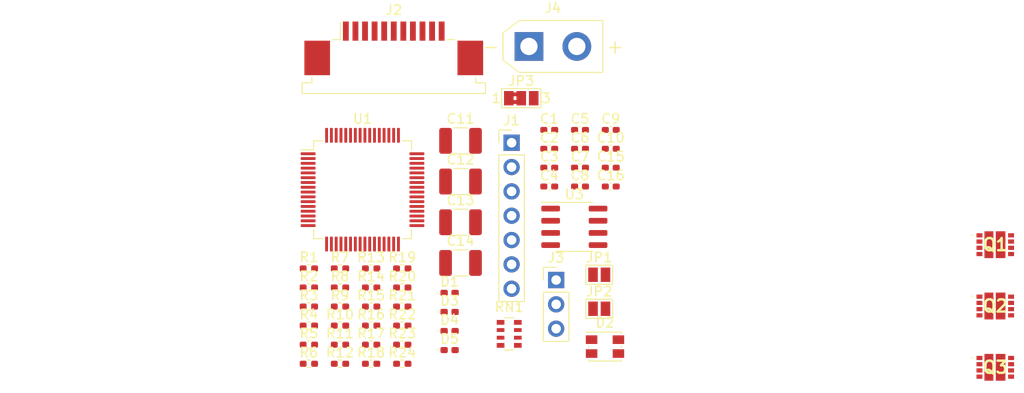
<source format=kicad_pcb>
(kicad_pcb (version 20221018) (generator pcbnew)
  (layers (0 "F.Cu" signal) (31 "B.Cu" signal) (34 "B.Paste" user) (35 "F.Paste" user) (36 "B.SilkS" user "B.Silkscreen") (37 "F.SilkS" user "F.Silkscreen") (38 "B.Mask" user) (39 "F.Mask" user) (44 "Edge.Cuts" user))
  (net 0 "")
  (net 1 "+3V3")
  (net 2 "Net-(U1-VBAT)")
  (net 3 "Net-(C2-Pad2)")
  (net 4 "Net-(C3-Pad2)")
  (net 5 "Net-(C4-Pad2)")
  (net 6 "Net-(C5-Pad2)")
  (net 7 "Net-(U1-VCAP_1)")
  (net 8 "GND")
  (net 9 "Net-(U1-VDDA)")
  (net 10 "U")
  (net 11 "BSTC")
  (net 12 "V")
  (net 13 "BSTB")
  (net 14 "W")
  (net 15 "BSTA")
  (net 16 "+BATT")
  (net 17 "+5V")
  (net 18 "Net-(D1-A)")
  (net 19 "Net-(D2-RK)")
  (net 20 "Net-(D2-GK)")
  (net 21 "Net-(D2-BK)")
  (net 22 "+3.3V")
  (net 23 "Net-(D3-A)")
  (net 24 "Net-(D4-A)")
  (net 25 "Net-(D5-A)")
  (net 26 "SWCLK")
  (net 27 "SWDIO")
  (net 28 "NRST")
  (net 29 "USBRX")
  (net 30 "USBTX")
  (net 37 "UOut")
  (net 38 "VOut")
  (net 39 "WOut")
  (net 40 "modeA")
  (net 41 "modeB")
  (net 42 "VDD")
  (net 43 "Net-(U1-NRST)")
  (net 44 "Net-(U1-BOOT0)")
  (net 45 "Net-(U2A-+)")
  (net 46 "Net-(U2A--)")
  (net 47 "Net-(U2B-+)")
  (net 48 "Net-(U2B--)")
  (net 49 "Current_W")
  (net 50 "Net-(R13-Pad2)")
  (net 51 "CANH")
  (net 52 "CANL")
  (net 53 "LED")
  (net 54 "Net-(U4-DT)")
  (net 55 "GHA")
  (net 56 "Net-(Q1-G1)")
  (net 57 "GLA")
  (net 58 "Net-(Q1-G2)")
  (net 59 "GHB")
  (net 60 "Net-(Q2-G1)")
  (net 61 "GLB")
  (net 62 "Net-(Q2-G2)")
  (net 63 "GHC")
  (net 64 "Net-(Q3-G1)")
  (net 65 "GLC")
  (net 66 "Net-(Q3-G2)")
  (net 68 "LED_R")
  (net 69 "LED_G")
  (net 70 "LED_B")
  (net 72 "SW")
  (net 80 "CurrentU")
  (net 84 "CLK")
  (net 86 "MOSI")
  (net 92 "INC")
  (net 111 "INB")
  (net 112 "CS")
  (net 113 "CANTX")
  (net 114 "CANRX")
  (footprint "Capacitor_SMD:C_0402_1005Metric_Pad0.74x0.62mm_HandSolder" (layer "F.Cu") (at 32.635 11.835)
    (fp_text reference "C9" (at 0 -1.16) (layer "F.SilkS"))
    (fp_text value "0.1u")
    (pad "1" smd roundrect (at -0.5675 0) (size 0.735 0.62) (layers "F.Cu" "F.Paste" "F.Mask") (net 12 "V"))
    (pad "2" smd roundrect (at 0.5675 0) (size 0.735 0.62) (layers "F.Cu" "F.Paste" "F.Mask") (net 13 "BSTB"))
  )
  (footprint "Connector_AMASS:AMASS_XT30UPB-F_1x02_P5.0mm_Vertical" (layer "F.Cu") (at 24.095 3.125)
    (fp_text reference "J4" (at 2.5 -4) (layer "F.SilkS"))
    (fp_text value "PowerIN")
    (fp_text user "+" (at 9 0) (layer "F.SilkS") (effects (font (size 1.5 1.5))))
    (fp_text user "-" (at -4 0) (layer "F.SilkS") (effects (font (size 1.5 1.5))))
    (pad "1" thru_hole rect (at 0 0) (size 3 3) (drill 1.8) (layers "*.Cu" "*.Mask") (net 16 "+BATT"))
    (pad "2" thru_hole circle (at 5 0) (size 3 3) (drill 1.8) (layers "*.Cu" "*.Mask") (net 8 "GND"))
  )
  (footprint "Capacitor_SMD:C_1210_3225Metric_Pad1.33x2.70mm_HandSolder" (layer "F.Cu") (at 16.955 25.725)
    (fp_text reference "C14" (at 0 -2.3) (layer "F.SilkS"))
    (fp_text value "22u")
    (pad "1" smd roundrect (at -1.5625 0) (size 1.325 2.7) (layers "F.Cu" "F.Paste" "F.Mask") (roundrect_rratio 0.188679) (net 16 "+BATT"))
    (pad "2" smd roundrect (at 1.5625 0) (size 1.325 2.7) (layers "F.Cu" "F.Paste" "F.Mask") (roundrect_rratio 0.188679) (net 8 "GND"))
  )
  (footprint "Resistor_SMD:R_0402_1005Metric_Pad0.72x0.64mm_HandSolder" (layer "F.Cu") (at 10.875 28.285)
    (fp_text reference "R20" (at 0 -1.17) (layer "F.SilkS"))
    (fp_text value "51")
    (pad "1" smd roundrect (at -0.5975 0) (size 0.715 0.64) (layers "F.Cu" "F.Paste" "F.Mask") (net 57 "GLA"))
    (pad "2" smd roundrect (at 0.5975 0) (size 0.715 0.64) (layers "F.Cu" "F.Paste" "F.Mask") (net 58 "Net-(Q1-G2)"))
  )
  (footprint "Capacitor_SMD:C_0402_1005Metric_Pad0.74x0.62mm_HandSolder" (layer "F.Cu") (at 29.425 11.835)
    (fp_text reference "C5" (at 0 -1.16) (layer "F.SilkS"))
    (fp_text value "0.1u")
    (pad "1" smd roundrect (at -0.5675 0) (size 0.735 0.62) (layers "F.Cu" "F.Paste" "F.Mask") (net 1 "+3V3"))
    (pad "2" smd roundrect (at 0.5675 0) (size 0.735 0.62) (layers "F.Cu" "F.Paste" "F.Mask") (net 6 "Net-(C5-Pad2)"))
  )
  (footprint "LED_SMD:LED_Kingbright_AAA3528ESGCT" (layer "F.Cu") (at 32.035 34.455)
    (fp_text reference "D2" (at 0 -2.5) (layer "F.SilkS"))
    (fp_text value "LED_RGBA")
    (pad "1" smd rect (at -1.4 -0.725) (size 1.2 0.9) (layers "F.Cu" "F.Paste" "F.Mask") (net 19 "Net-(D2-RK)"))
    (pad "2" smd rect (at 1.4 -0.725) (size 1.2 0.9) (layers "F.Cu" "F.Paste" "F.Mask") (net 20 "Net-(D2-GK)"))
    (pad "3" smd rect (at 1.4 0.725) (size 1.2 0.9) (layers "F.Cu" "F.Paste" "F.Mask") (net 21 "Net-(D2-BK)"))
    (pad "4" smd rect (at -1.4 0.725) (size 1.2 0.9) (layers "F.Cu" "F.Paste" "F.Mask") (net 22 "+3.3V"))
  )
  (footprint "Package_QFP:LQFP-64_10x10mm_P0.5mm" (layer "F.Cu") (at 6.725 18.075)
    (fp_text reference "U1" (at 0 -7.4) (layer "F.SilkS"))
    (fp_text value "  (symbol \"Device:C\" (pin_numbers hide) (pin_names (offset 0.254)) (in_bom yes) (on_board yes)")
    (pad "1" smd roundrect (at -5.675 -3.75) (size 1.55 0.3) (layers "F.Cu" "F.Paste" "F.Mask") (net 2 "Net-(U1-VBAT)"))
    (pad "2" smd roundrect (at -5.675 -3.25) (size 1.55 0.3) (layers "F.Cu" "F.Paste" "F.Mask") (net 72 "SW"))
    (pad "3" smd roundrect (at -5.675 -2.75) (size 1.55 0.3) (layers "F.Cu" "F.Paste" "F.Mask") (net 53 "LED"))
    (pad "4" smd roundrect (at -5.675 -2.25) (size 1.55 0.3) (layers "F.Cu" "F.Paste" "F.Mask"))
    (pad "5" smd roundrect (at -5.675 -1.75) (size 1.55 0.3) (layers "F.Cu" "F.Paste" "F.Mask"))
    (pad "6" smd roundrect (at -5.675 -1.25) (size 1.55 0.3) (layers "F.Cu" "F.Paste" "F.Mask"))
    (pad "7" smd roundrect (at -5.675 -0.75) (size 1.55 0.3) (layers "F.Cu" "F.Paste" "F.Mask") (net 43 "Net-(U1-NRST)"))
    (pad "8" smd roundrect (at -5.675 -0.25) (size 1.55 0.3) (layers "F.Cu" "F.Paste" "F.Mask"))
    (pad "9" smd roundrect (at -5.675 0.25) (size 1.55 0.3) (layers "F.Cu" "F.Paste" "F.Mask"))
    (pad "10" smd roundrect (at -5.675 0.75) (size 1.55 0.3) (layers "F.Cu" "F.Paste" "F.Mask"))
    (pad "11" smd roundrect (at -5.675 1.25) (size 1.55 0.3) (layers "F.Cu" "F.Paste" "F.Mask"))
    (pad "12" smd roundrect (at -5.675 1.75) (size 1.55 0.3) (layers "F.Cu" "F.Paste" "F.Mask") (net 8 "GND"))
    (pad "13" smd roundrect (at -5.675 2.25) (size 1.55 0.3) (layers "F.Cu" "F.Paste" "F.Mask") (net 9 "Net-(U1-VDDA)"))
    (pad "14" smd roundrect (at -5.675 2.75) (size 1.55 0.3) (layers "F.Cu" "F.Paste" "F.Mask") (net 80 "CurrentU"))
    (pad "15" smd roundrect (at -5.675 3.25) (size 1.55 0.3) (layers "F.Cu" "F.Paste" "F.Mask"))
    (pad "16" smd roundrect (at -5.675 3.75) (size 1.55 0.3) (layers "F.Cu" "F.Paste" "F.Mask"))
    (pad "17" smd roundrect (at -3.75 5.675) (size 0.3 1.55) (layers "F.Cu" "F.Paste" "F.Mask") (net 29 "USBRX"))
    (pad "18" smd roundrect (at -3.25 5.675) (size 0.3 1.55) (layers "F.Cu" "F.Paste" "F.Mask") (net 8 "GND"))
    (pad "19" smd roundrect (at -2.75 5.675) (size 0.3 1.55) (layers "F.Cu" "F.Paste" "F.Mask") (net 3 "Net-(C2-Pad2)"))
    (pad "20" smd roundrect (at -2.25 5.675) (size 0.3 1.55) (layers "F.Cu" "F.Paste" "F.Mask"))
    (pad "21" smd roundrect (at -1.75 5.675) (size 0.3 1.55) (layers "F.Cu" "F.Paste" "F.Mask") (net 84 "CLK"))
    (pad "22" smd roundrect (at -1.25 5.675) (size 0.3 1.55) (layers "F.Cu" "F.Paste" "F.Mask"))
    (pad "23" smd roundrect (at -0.75 5.675) (size 0.3 1.55) (layers "F.Cu" "F.Paste" "F.Mask") (net 86 "MOSI"))
    (pad "24" smd roundrect (at -0.25 5.675) (size 0.3 1.55) (layers "F.Cu" "F.Paste" "F.Mask"))
    (pad "25" smd roundrect (at 0.25 5.675) (size 0.3 1.55) (layers "F.Cu" "F.Paste" "F.Mask"))
    (pad "26" smd roundrect (at 0.75 5.675) (size 0.3 1.55) (layers "F.Cu" "F.Paste" "F.Mask"))
    (pad "27" smd roundrect (at 1.25 5.675) (size 0.3 1.55) (layers "F.Cu" "F.Paste" "F.Mask"))
    (pad "28" smd roundrect (at 1.75 5.675) (size 0.3 1.55) (layers "F.Cu" "F.Paste" "F.Mask"))
    (pad "29" smd roundrect (at 2.25 5.675) (size 0.3 1.55) (layers "F.Cu" "F.Paste" "F.Mask") (net 92 "INC"))
    (pad "30" smd roundrect (at 2.75 5.675) (size 0.3 1.55) (layers "F.Cu" "F.Paste" "F.Mask") (net 7 "Net-(U1-VCAP_1)"))
    (pad "31" smd roundrect (at 3.25 5.675) (size 0.3 1.55) (layers "F.Cu" "F.Paste" "F.Mask") (net 8 "GND"))
    (pad "32" smd roundrect (at 3.75 5.675) (size 0.3 1.55) (layers "F.Cu" "F.Paste" "F.Mask") (net 4 "Net-(C3-Pad2)"))
    (pad "33" smd roundrect (at 5.675 3.75) (size 1.55 0.3) (layers "F.Cu" "F.Paste" "F.Mask"))
    (pad "34" smd roundrect (at 5.675 3.25) (size 1.55 0.3) (layers "F.Cu" "F.Paste" "F.Mask") (net 70 "LED_B"))
    (pad "35" smd roundrect (at 5.675 2.75) (size 1.55 0.3) (layers "F.Cu" "F.Paste" "F.Mask") (net 68 "LED_R"))
    (pad "36" smd roundrect (at 5.675 2.25) (size 1.55 0.3) (layers "F.Cu" "F.Paste" "F.Mask") (net 69 "LED_G"))
    (pad "37" smd roundrect (at 5.675 1.75) (size 1.55 0.3) (layers "F.Cu" "F.Paste" "F.Mask"))
    (pad "38" smd roundrect (at 5.675 1.25) (size 1.55 0.3) (layers "F.Cu" "F.Paste" "F.Mask"))
    (pad "39" smd roundrect (at 5.675 0.75) (size 1.55 0.3) (layers "F.Cu" "F.Paste" "F.Mask"))
    (pad "40" smd roundrect (at 5.675 0.25) (size 1.55 0.3) (layers "F.Cu" "F.Paste" "F.Mask"))
    (pad "41" smd roundrect (at 5.675 -0.25) (size 1.55 0.3) (layers "F.Cu" "F.Paste" "F.Mask"))
    (pad "42" smd roundrect (at 5.675 -0.75) (size 1.55 0.3) (layers "F.Cu" "F.Paste" "F.Mask"))
    (pad "43" smd roundrect (at 5.675 -1.25) (size 1.55 0.3) (layers "F.Cu" "F.Paste" "F.Mask"))
    (pad "44" smd roundrect (at 5.675 -1.75) (size 1.55 0.3) (layers "F.Cu" "F.Paste" "F.Mask"))
    (pad "45" smd roundrect (at 5.675 -2.25) (size 1.55 0.3) (layers "F.Cu" "F.Paste" "F.Mask"))
    (pad "46" smd roundrect (at 5.675 -2.75) (size 1.55 0.3) (layers "F.Cu" "F.Paste" "F.Mask"))
    (pad "47" smd roundrect (at 5.675 -3.25) (size 1.55 0.3) (layers "F.Cu" "F.Paste" "F.Mask") (net 8 "GND"))
    (pad "48" smd roundrect (at 5.675 -3.75) (size 1.55 0.3) (layers "F.Cu" "F.Paste" "F.Mask") (net 5 "Net-(C4-Pad2)"))
    (pad "49" smd roundrect (at 3.75 -5.675) (size 0.3 1.55) (layers "F.Cu" "F.Paste" "F.Mask"))
    (pad "50" smd roundrect (at 3.25 -5.675) (size 0.3 1.55) (layers "F.Cu" "F.Paste" "F.Mask"))
    (pad "51" smd roundrect (at 2.75 -5.675) (size 0.3 1.55) (layers "F.Cu" "F.Paste" "F.Mask"))
    (pad "52" smd roundrect (at 2.25 -5.675) (size 0.3 1.55) (layers "F.Cu" "F.Paste" "F.Mask"))
    (pad "53" smd roundrect (at 1.75 -5.675) (size 0.3 1.55) (layers "F.Cu" "F.Paste" "F.Mask"))
    (pad "54" smd roundrect (at 1.25 -5.675) (size 0.3 1.55) (layers "F.Cu" "F.Paste" "F.Mask"))
    (pad "55" smd roundrect (at 0.75 -5.675) (size 0.3 1.55) (layers "F.Cu" "F.Paste" "F.Mask"))
    (pad "56" smd roundrect (at 0.25 -5.675) (size 0.3 1.55) (layers "F.Cu" "F.Paste" "F.Mask") (net 111 "INB"))
    (pad "57" smd roundrect (at -0.25 -5.675) (size 0.3 1.55) (layers "F.Cu" "F.Paste" "F.Mask") (net 41 "modeB"))
    (pad "58" smd roundrect (at -0.75 -5.675) (size 0.3 1.55) (layers "F.Cu" "F.Paste" "F.Mask") (net 112 "CS"))
    (pad "59" smd roundrect (at -1.25 -5.675) (size 0.3 1.55) (layers "F.Cu" "F.Paste" "F.Mask") (net 40 "modeA"))
    (pad "60" smd roundrect (at -1.75 -5.675) (size 0.3 1.55) (layers "F.Cu" "F.Paste" "F.Mask") (net 44 "Net-(U1-BOOT0)"))
    (pad "61" smd roundrect (at -2.25 -5.675) (size 0.3 1.55) (layers "F.Cu" "F.Paste" "F.Mask") (net 113 "CANTX"))
    (pad "62" smd roundrect (at -2.75 -5.675) (size 0.3 1.55) (layers "F.Cu" "F.Paste" "F.Mask") (net 114 "CANRX"))
    (pad "63" smd roundrect (at -3.25 -5.675) (size 0.3 1.55) (layers "F.Cu" "F.Paste" "F.Mask") (net 8 "GND"))
    (pad "64" smd roundrect (at -3.75 -5.675) (size 0.3 1.55) (layers "F.Cu" "F.Paste" "F.Mask") (net 6 "Net-(C5-Pad2)"))
  )
  (footprint "Resistor_SMD:R_0402_1005Metric_Pad0.72x0.64mm_HandSolder" (layer "F.Cu") (at 1.125 34.255)
    (fp_text reference "R5" (at 0 -1.17) (layer "F.SilkS"))
    (fp_text value "1k")
    (pad "1" smd roundrect (at -0.5975 0) (size 0.715 0.64) (layers "F.Cu" "F.Paste" "F.Mask") (net 39 "WOut"))
    (pad "2" smd roundrect (at 0.5975 0) (size 0.715 0.64) (layers "F.Cu" "F.Paste" "F.Mask") (net 14 "W"))
  )
  (footprint "Connector_FFC-FPC:TE_1-84952-1_1x11-1MP_P1.0mm_Horizontal" (layer "F.Cu") (at 9.985 3.325)
    (fp_text reference "J2" (at 0 -4) (layer "F.SilkS"))
    (fp_text value "Motor Out")
    (pad "1" smd rect (at -5 -1.8) (size 0.61 2) (layers "F.Cu" "F.Paste" "F.Mask"))
    (pad "2" smd rect (at -4 -1.8) (size 0.61 2) (layers "F.Cu" "F.Paste" "F.Mask"))
    (pad "3" smd rect (at -3 -1.8) (size 0.61 2) (layers "F.Cu" "F.Paste" "F.Mask"))
    (pad "4" smd rect (at -2 -1.8) (size 0.61 2) (layers "F.Cu" "F.Paste" "F.Mask"))
    (pad "5" smd rect (at -1 -1.8) (size 0.61 2) (layers "F.Cu" "F.Paste" "F.Mask"))
    (pad "6" smd rect (at 0 -1.8) (size 0.61 2) (layers "F.Cu" "F.Paste" "F.Mask"))
    (pad "7" smd rect (at 1 -1.8) (size 0.61 2) (layers "F.Cu" "F.Paste" "F.Mask") (net 37 "UOut"))
    (pad "8" smd rect (at 2 -1.8) (size 0.61 2) (layers "F.Cu" "F.Paste" "F.Mask") (net 37 "UOut"))
    (pad "9" smd rect (at 3 -1.8) (size 0.61 2) (layers "F.Cu" "F.Paste" "F.Mask") (net 38 "VOut"))
    (pad "10" smd rect (at 4 -1.8) (size 0.61 2) (layers "F.Cu" "F.Paste" "F.Mask") (net 38 "VOut"))
    (pad "11" smd rect (at 5 -1.8) (size 0.61 2) (layers "F.Cu" "F.Paste" "F.Mask") (net 39 "WOut"))
    (pad "MP" smd rect (at -7.99 1) (size 2.68 3.6) (layers "F.Cu" "F.Paste" "F.Mask") (net 8 "GND"))
    (pad "MP" smd rect (at 7.99 1) (size 2.68 3.6) (layers "F.Cu" "F.Paste" "F.Mask") (net 8 "GND"))
  )
  (footprint "Capacitor_SMD:C_0402_1005Metric_Pad0.74x0.62mm_HandSolder" (layer "F.Cu") (at 26.215 15.775)
    (fp_text reference "C3" (at 0 -1.16) (layer "F.SilkS"))
    (fp_text value "0.1u")
    (pad "1" smd roundrect (at -0.5675 0) (size 0.735 0.62) (layers "F.Cu" "F.Paste" "F.Mask") (net 1 "+3V3"))
    (pad "2" smd roundrect (at 0.5675 0) (size 0.735 0.62) (layers "F.Cu" "F.Paste" "F.Mask") (net 4 "Net-(C3-Pad2)"))
  )
  (footprint "LED_SMD:LED_0402_1005Metric_Pad0.77x0.64mm_HandSolder" (layer "F.Cu") (at 15.815 34.815)
    (fp_text reference "D5" (at 0 -1.17) (layer "F.SilkS"))
    (fp_text value "LED")
    (pad "1" smd roundrect (at -0.5725 0) (size 0.765 0.64) (layers "F.Cu" "F.Paste" "F.Mask") (net 8 "GND"))
    (pad "2" smd roundrect (at 0.5725 0) (size 0.765 0.64) (layers "F.Cu" "F.Paste" "F.Mask") (net 25 "Net-(D5-A)"))
  )
  (footprint "Resistor_SMD:R_0402_1005Metric_Pad0.72x0.64mm_HandSolder" (layer "F.Cu") (at 4.375 32.265)
    (fp_text reference "R10" (at 0 -1.17) (layer "F.SilkS"))
    (fp_text value "33k")
    (pad "1" smd roundrect (at -0.5975 0) (size 0.715 0.64) (layers "F.Cu" "F.Paste" "F.Mask") (net 46 "Net-(U2A--)"))
    (pad "2" smd roundrect (at 0.5975 0) (size 0.715 0.64) (layers "F.Cu" "F.Paste" "F.Mask") (net 8 "GND"))
  )
  (footprint "Resistor_SMD:R_0402_1005Metric_Pad0.72x0.64mm_HandSolder" (layer "F.Cu") (at 4.375 34.255)
    (fp_text reference "R11" (at 0 -1.17) (layer "F.SilkS"))
    (fp_text value "33k")
    (pad "1" smd roundrect (at -0.5975 0) (size 0.715 0.64) (layers "F.Cu" "F.Paste" "F.Mask") (net 48 "Net-(U2B--)"))
    (pad "2" smd roundrect (at 0.5975 0) (size 0.715 0.64) (layers "F.Cu" "F.Paste" "F.Mask") (net 8 "GND"))
  )
  (footprint "Capacitor_SMD:C_0402_1005Metric_Pad0.74x0.62mm_HandSolder" (layer "F.Cu") (at 26.215 17.745)
    (fp_text reference "C4" (at 0 -1.16) (layer "F.SilkS"))
    (fp_text value "0.1u")
    (pad "1" smd roundrect (at -0.5675 0) (size 0.735 0.62) (layers "F.Cu" "F.Paste" "F.Mask") (net 1 "+3V3"))
    (pad "2" smd roundrect (at 0.5675 0) (size 0.735 0.62) (layers "F.Cu" "F.Paste" "F.Mask") (net 5 "Net-(C4-Pad2)"))
  )
  (footprint "Resistor_SMD:R_0402_1005Metric_Pad0.72x0.64mm_HandSolder" (layer "F.Cu") (at 10.875 26.295)
    (fp_text reference "R19" (at 0 -1.17) (layer "F.SilkS"))
    (fp_text value "51")
    (pad "1" smd roundrect (at -0.5975 0) (size 0.715 0.64) (layers "F.Cu" "F.Paste" "F.Mask") (net 55 "GHA"))
    (pad "2" smd roundrect (at 0.5975 0) (size 0.715 0.64) (layers "F.Cu" "F.Paste" "F.Mask") (net 56 "Net-(Q1-G1)"))
  )
  (footprint "Capacitor_SMD:C_0402_1005Metric_Pad0.74x0.62mm_HandSolder" (layer "F.Cu") (at 29.425 13.805)
    (fp_text reference "C6" (at 0 -1.16) (layer "F.SilkS"))
    (fp_text value "4.7u")
    (pad "1" smd roundrect (at -0.5675 0) (size 0.735 0.62) (layers "F.Cu" "F.Paste" "F.Mask") (net 7 "Net-(U1-VCAP_1)"))
    (pad "2" smd roundrect (at 0.5675 0) (size 0.735 0.62) (layers "F.Cu" "F.Paste" "F.Mask") (net 8 "GND"))
  )
  (footprint "Capacitor_SMD:C_1210_3225Metric_Pad1.33x2.70mm_HandSolder" (layer "F.Cu") (at 16.955 17.225)
    (fp_text reference "C12" (at 0 -2.3) (layer "F.SilkS"))
    (fp_text value "22u")
    (pad "1" smd roundrect (at -1.5625 0) (size 1.325 2.7) (layers "F.Cu" "F.Paste" "F.Mask") (roundrect_rratio 0.188679) (net 16 "+BATT"))
    (pad "2" smd roundrect (at 1.5625 0) (size 1.325 2.7) (layers "F.Cu" "F.Paste" "F.Mask") (roundrect_rratio 0.188679) (net 8 "GND"))
  )
  (footprint "Resistor_SMD:R_0402_1005Metric_Pad0.72x0.64mm_HandSolder" (layer "F.Cu") (at 7.625 34.255)
    (fp_text reference "R17" (at 0 -1.17) (layer "F.SilkS"))
    (fp_text value "1k")
    (pad "1" smd roundrect (at -0.5975 0) (size 0.715 0.64) (layers "F.Cu" "F.Paste" "F.Mask") (net 53 "LED"))
    (pad "2" smd roundrect (at 0.5975 0) (size 0.715 0.64) (layers "F.Cu" "F.Paste" "F.Mask") (net 25 "Net-(D5-A)"))
  )
  (footprint "Resistor_SMD:R_0402_1005Metric_Pad0.72x0.64mm_HandSolder" (layer "F.Cu") (at 4.375 28.285)
    (fp_text reference "R8" (at 0 -1.17) (layer "F.SilkS"))
    (fp_text value "1k")
    (pad "1" smd roundrect (at -0.5975 0) (size 0.715 0.64) (layers "F.Cu" "F.Paste" "F.Mask") (net 14 "W"))
    (pad "2" smd roundrect (at 0.5975 0) (size 0.715 0.64) (layers "F.Cu" "F.Paste" "F.Mask") (net 47 "Net-(U2B-+)"))
  )
  (footprint "Resistor_SMD:R_0402_1005Metric_Pad0.72x0.64mm_HandSolder" (layer "F.Cu") (at 1.125 26.295)
    (fp_text reference "R1" (at 0 -1.17) (layer "F.SilkS"))
    (fp_text value "10k")
    (pad "1" smd roundrect (at -0.5975 0) (size 0.715 0.64) (layers "F.Cu" "F.Paste" "F.Mask") (net 1 "+3V3"))
    (pad "2" smd roundrect (at 0.5975 0) (size 0.715 0.64) (layers "F.Cu" "F.Paste" "F.Mask") (net 43 "Net-(U1-NRST)"))
  )
  (footprint "Resistor_SMD:R_0402_1005Metric_Pad0.72x0.64mm_HandSolder" (layer "F.Cu") (at 7.625 28.285)
    (fp_text reference "R14" (at 0 -1.17) (layer "F.SilkS"))
    (fp_text value "120")
    (pad "1" smd roundrect (at -0.5975 0) (size 0.715 0.64) (layers "F.Cu" "F.Paste" "F.Mask") (net 51 "CANH"))
    (pad "2" smd roundrect (at 0.5975 0) (size 0.715 0.64) (layers "F.Cu" "F.Paste" "F.Mask") (net 52 "CANL"))
  )
  (footprint "Jumper:SolderJumper-2_P1.3mm_Open_Pad1.0x1.5mm" (layer "F.Cu") (at 31.435 30.505)
    (fp_text reference "JP2" (at 0 -1.8) (layer "F.SilkS"))
    (fp_text value "Jumper_2_Open")
    (pad "1" smd rect (at -0.65 0) (size 1 1.5) (layers "F.Cu" "F.Mask") (net 41 "modeB"))
    (pad "2" smd rect (at 0.65 0) (size 1 1.5) (layers "F.Cu" "F.Mask") (net 8 "GND"))
  )
  (footprint "LED_SMD:LED_0402_1005Metric_Pad0.77x0.64mm_HandSolder" (layer "F.Cu") (at 15.815 32.825)
    (fp_text reference "D4" (at 0 -1.17) (layer "F.SilkS"))
    (fp_text value "LED")
    (pad "1" smd roundrect (at -0.5725 0) (size 0.765 0.64) (layers "F.Cu" "F.Paste" "F.Mask") (net 8 "GND"))
    (pad "2" smd roundrect (at 0.5725 0) (size 0.765 0.64) (layers "F.Cu" "F.Paste" "F.Mask") (net 24 "Net-(D4-A)"))
  )
  (footprint "Connector_PinHeader_2.54mm:PinHeader_1x03_P2.54mm_Vertical" (layer "F.Cu") (at 26.935 27.505)
    (fp_text reference "J3" (at 0 -2.33) (layer "F.SilkS"))
    (fp_text value "Conn_01x03")
    (pad "1" thru_hole rect (at 0 0) (size 1.7 1.7) (drill 1) (layers "*.Cu" "*.Mask") (net 37 "UOut"))
    (pad "2" thru_hole oval (at 0 2.54) (size 1.7 1.7) (drill 1) (layers "*.Cu" "*.Mask") (net 38 "VOut"))
    (pad "3" thru_hole oval (at 0 5.08) (size 1.7 1.7) (drill 1) (layers "*.Cu" "*.Mask") (net 39 "WOut"))
  )
  (footprint "Resistor_SMD:R_0402_1005Metric_Pad0.72x0.64mm_HandSolder" (layer "F.Cu") (at 1.125 36.245)
    (fp_text reference "R6" (at 0 -1.17) (layer "F.SilkS"))
    (fp_text value "1k")
    (pad "1" smd roundrect (at -0.5975 0) (size 0.715 0.64) (layers "F.Cu" "F.Paste" "F.Mask") (net 10 "U"))
    (pad "2" smd roundrect (at 0.5975 0) (size 0.715 0.64) (layers "F.Cu" "F.Paste" "F.Mask") (net 45 "Net-(U2A-+)"))
  )
  (footprint "Resistor_SMD:R_0402_1005Metric_Pad0.72x0.64mm_HandSolder" (layer "F.Cu") (at 4.375 36.245)
    (fp_text reference "R12" (at 0 -1.17) (layer "F.SilkS"))
    (fp_text value "33k")
    (pad "1" smd roundrect (at -0.5975 0) (size 0.715 0.64) (layers "F.Cu" "F.Paste" "F.Mask") (net 45 "Net-(U2A-+)"))
    (pad "2" smd roundrect (at 0.5975 0) (size 0.715 0.64) (layers "F.Cu" "F.Paste" "F.Mask") (net 49 "Current_W"))
  )
  (footprint "Resistor_SMD:R_0402_1005Metric_Pad0.72x0.64mm_HandSolder" (layer "F.Cu") (at 4.375 30.275)
    (fp_text reference "R9" (at 0 -1.17) (layer "F.SilkS"))
    (fp_text value "1k")
    (pad "1" smd roundrect (at -0.5975 0) (size 0.715 0.64) (layers "F.Cu" "F.Paste" "F.Mask") (net 39 "WOut"))
    (pad "2" smd roundrect (at 0.5975 0) (size 0.715 0.64) (layers "F.Cu" "F.Paste" "F.Mask") (net 48 "Net-(U2B--)"))
  )
  (footprint "Jumper:SolderJumper-2_P1.3mm_Open_Pad1.0x1.5mm" (layer "F.Cu") (at 31.435 26.955)
    (fp_text reference "JP1" (at 0 -1.8) (layer "F.SilkS"))
    (fp_text value "Jumper_2_Open")
    (pad "1" smd rect (at -0.65 0) (size 1 1.5) (layers "F.Cu" "F.Mask") (net 40 "modeA"))
    (pad "2" smd rect (at 0.65 0) (size 1 1.5) (layers "F.Cu" "F.Mask") (net 8 "GND"))
  )
  (footprint "Connector_PinHeader_2.54mm:PinHeader_1x07_P2.54mm_Vertical" (layer "F.Cu") (at 22.285 13.175)
    (fp_text reference "J1" (at 0 -2.33) (layer "F.SilkS"))
    (fp_text value "STLink")
    (pad "1" thru_hole rect (at 0 0) (size 1.7 1.7) (drill 1) (layers "*.Cu" "*.Mask") (net 22 "+3.3V"))
    (pad "2" thru_hole oval (at 0 2.54) (size 1.7 1.7) (drill 1) (layers "*.Cu" "*.Mask") (net 8 "GND"))
    (pad "3" thru_hole oval (at 0 5.08) (size 1.7 1.7) (drill 1) (layers "*.Cu" "*.Mask") (net 26 "SWCLK"))
    (pad "4" thru_hole oval (at 0 7.62) (size 1.7 1.7) (drill 1) (layers "*.Cu" "*.Mask") (net 27 "SWDIO"))
    (pad "5" thru_hole oval (at 0 10.16) (size 1.7 1.7) (drill 1) (layers "*.Cu" "*.Mask") (net 28 "NRST"))
    (pad "6" thru_hole oval (at 0 12.7) (size 1.7 1.7) (drill 1) (layers "*.Cu" "*.Mask") (net 29 "USBRX"))
    (pad "7" thru_hole oval (at 0 15.24) (size 1.7 1.7) (drill 1) (layers "*.Cu" "*.Mask") (net 30 "USBTX"))
  )
  (footprint "Resistor_SMD:R_0402_1005Metric_Pad0.72x0.64mm_HandSolder" (layer "F.Cu") (at 1.125 30.275)
    (fp_text reference "R3" (at 0 -1.17) (layer "F.SilkS"))
    (fp_text value "1k")
    (pad "1" smd roundrect (at -0.5975 0) (size 0.715 0.64) (layers "F.Cu" "F.Paste" "F.Mask") (net 1 "+3V3"))
    (pad "2" smd roundrect (at 0.5975 0) (size 0.715 0.64) (layers "F.Cu" "F.Paste" "F.Mask") (net 18 "Net-(D1-A)"))
  )
  (footprint "Capacitor_SMD:C_0402_1005Metric_Pad0.74x0.62mm_HandSolder" (layer "F.Cu") (at 32.635 13.805)
    (fp_text reference "C10" (at 0 -1.16) (layer "F.SilkS"))
    (fp_text value "0.1u")
    (pad "1" smd roundrect (at -0.5675 0) (size 0.735 0.62) (layers "F.Cu" "F.Paste" "F.Mask") (net 14 "W"))
    (pad "2" smd roundrect (at 0.5675 0) (size 0.735 0.62) (layers "F.Cu" "F.Paste" "F.Mask") (net 15 "BSTA"))
  )
  (footprint "Resistor_SMD:R_0402_1005Metric_Pad0.72x0.64mm_HandSolder" (layer "F.Cu") (at 1.125 32.265)
    (fp_text reference "R4" (at 0 -1.17) (layer "F.SilkS"))
    (fp_text value "1k")
    (pad "1" smd roundrect (at -0.5975 0) (size 0.715 0.64) (layers "F.Cu" "F.Paste" "F.Mask") (net 37 "UOut"))
    (pad "2" smd roundrect (at 0.5975 0) (size 0.715 0.64) (layers "F.Cu" "F.Paste" "F.Mask") (net 10 "U"))
  )
  (footprint "Capacitor_SMD:C_1210_3225Metric_Pad1.33x2.70mm_HandSolder" (layer "F.Cu") (at 16.955 12.975)
    (fp_text reference "C11" (at 0 -2.3) (layer "F.SilkS"))
    (fp_text value "22u")
    (pad "1" smd roundrect (at -1.5625 0) (size 1.325 2.7) (layers "F.Cu" "F.Paste" "F.Mask") (roundrect_rratio 0.188679) (net 16 "+BATT"))
    (pad "2" smd roundrect (at 1.5625 0) (size 1.325 2.7) (layers "F.Cu" "F.Paste" "F.Mask") (roundrect_rratio 0.188679) (net 8 "GND"))
  )
  (footprint "Jumper:SolderJumper-3_P1.3mm_Bridged2Bar12_Pad1.0x1.5mm_NumberLabels" (layer "F.Cu") (at 23.295 8.525)
    (fp_text reference "JP3" (at 0 -1.8) (layer "F.SilkS"))
    (fp_text value "Jumper_3_Bridged12")
    (fp_text user "3" (at 2.6 0) (layer "F.SilkS"))
    (fp_text user "1" (at -2.6 0) (layer "F.SilkS"))
    (fp_poly (pts (xy -0.9 -0.6) (xy -0.4 -0.6) (xy -0.4 -0.2) (xy -0.9 -0.2)) (fill solid) (layer "F.Cu"))
    (fp_poly (pts (xy -0.9 0.2) (xy -0.4 0.2) (xy -0.4 0.6) (xy -0.9 0.6)) (fill solid) (layer "F.Cu"))
    (pad "1" smd rect (at -1.3 0) (size 1 1.5) (layers "F.Cu" "F.Mask") (net 16 "+BATT"))
    (pad "2" smd rect (at 0 0) (size 1 1.5) (layers "F.Cu" "F.Mask") (net 42 "VDD"))
    (pad "3" smd rect (at 1.3 0) (size 1 1.5) (layers "F.Cu" "F.Mask") (net 42 "VDD"))
  )
  (footprint "Resistor_SMD:R_0402_1005Metric_Pad0.72x0.64mm_HandSolder" (layer "F.Cu") (at 10.875 34.255)
    (fp_text reference "R23" (at 0 -1.17) (layer "F.SilkS"))
    (fp_text value "51")
    (pad "1" smd roundrect (at -0.5975 0) (size 0.715 0.64) (layers "F.Cu" "F.Paste" "F.Mask") (net 63 "GHC"))
    (pad "2" smd roundrect (at 0.5975 0) (size 0.715 0.64) (layers "F.Cu" "F.Paste" "F.Mask") (net 64 "Net-(Q3-G1)"))
  )
  (footprint "Resistor_SMD:R_0402_1005Metric_Pad0.72x0.64mm_HandSolder" (layer "F.Cu") (at 10.875 36.245)
    (fp_text reference "R24" (at 0 -1.17) (layer "F.SilkS"))
    (fp_text value "51")
    (pad "1" smd roundrect (at -0.5975 0) (size 0.715 0.64) (layers "F.Cu" "F.Paste" "F.Mask") (net 65 "GLC"))
    (pad "2" smd roundrect (at 0.5975 0) (size 0.715 0.64) (layers "F.Cu" "F.Paste" "F.Mask") (net 66 "Net-(Q3-G2)"))
  )
  (footprint "Capacitor_SMD:C_0402_1005Metric_Pad0.74x0.62mm_HandSolder" (layer "F.Cu") (at 29.425 15.775)
    (fp_text reference "C7" (at 0 -1.16) (layer "F.SilkS"))
    (fp_text value "0.1u")
    (pad "1" smd roundrect (at -0.5675 0) (size 0.735 0.62) (layers "F.Cu" "F.Paste" "F.Mask") (net 1 "+3V3"))
    (pad "2" smd roundrect (at 0.5675 0) (size 0.735 0.62) (layers "F.Cu" "F.Paste" "F.Mask") (net 9 "Net-(U1-VDDA)"))
  )
  (footprint "Resistor_SMD:R_0402_1005Metric_Pad0.72x0.64mm_HandSolder" (layer "F.Cu") (at 7.625 32.265)
    (fp_text reference "R16" (at 0 -1.17) (layer "F.SilkS"))
    (fp_text value "10k")
    (pad "1" smd roundrect (at -0.5975 0) (size 0.715 0.64) (layers "F.Cu" "F.Paste" "F.Mask") (net 42 "VDD"))
    (pad "2" smd roundrect (at 0.5975 0) (size 0.715 0.64) (layers "F.Cu" "F.Paste" "F.Mask") (net 24 "Net-(D4-A)"))
  )
  (footprint "Resistor_SMD:R_0402_1005Metric_Pad0.72x0.64mm_HandSolder" (layer "F.Cu") (at 10.875 30.275)
    (fp_text reference "R21" (at 0 -1.17) (layer "F.SilkS"))
    (fp_text value "51")
    (pad "1" smd roundrect (at -0.5975 0) (size 0.715 0.64) (layers "F.Cu" "F.Paste" "F.Mask") (net 59 "GHB"))
    (pad "2" smd roundrect (at 0.5975 0) (size 0.715 0.64) (layers "F.Cu" "F.Paste" "F.Mask") (net 60 "Net-(Q2-G1)"))
  )
  (footprint "Capacitor_SMD:C_0402_1005Metric_Pad0.74x0.62mm_HandSolder" (layer "F.Cu") (at 26.215 11.835)
    (fp_text reference "C1" (at 0 -1.16) (layer "F.SilkS"))
    (fp_text value "0.1u")
    (pad "1" smd roundrect (at -0.5675 0) (size 0.735 0.62) (layers "F.Cu" "F.Paste" "F.Mask") (net 1 "+3V3"))
    (pad "2" smd roundrect (at 0.5675 0) (size 0.735 0.62) (layers "F.Cu" "F.Paste" "F.Mask") (net 2 "Net-(U1-VBAT)"))
  )
  (footprint "Resistor_SMD:R_0402_1005Metric_Pad0.72x0.64mm_HandSolder" (layer "F.Cu") (at 1.125 28.285)
    (fp_text reference "R2" (at 0 -1.17) (layer "F.SilkS"))
    (fp_text value "10k")
    (pad "1" smd roundrect (at -0.5975 0) (size 0.715 0.64) (layers "F.Cu" "F.Paste" "F.Mask") (net 8 "GND"))
    (pad "2" smd roundrect (at 0.5975 0) (size 0.715 0.64) (layers "F.Cu" "F.Paste" "F.Mask") (net 44 "Net-(U1-BOOT0)"))
  )
  (footprint "Resistor_SMD:R_0402_1005Metric_Pad0.72x0.64mm_HandSolder" (layer "F.Cu") (at 4.375 26.295)
    (fp_text reference "R7" (at 0 -1.17) (layer "F.SilkS"))
    (fp_text value "1k")
    (pad "1" smd roundrect (at -0.5975 0) (size 0.715 0.64) (layers "F.Cu" "F.Paste" "F.Mask") (net 37 "UOut"))
    (pad "2" smd roundrect (at 0.5975 0) (size 0.715 0.64) (layers "F.Cu" "F.Paste" "F.Mask") (net 46 "Net-(U2A--)"))
  )
  (footprint "Resistor_SMD:R_0402_1005Metric_Pad0.72x0.64mm_HandSolder" (layer "F.Cu") (at 7.625 30.275)
    (fp_text reference "R15" (at 0 -1.17) (layer "F.SilkS"))
    (fp_text value "10k")
    (pad "1" smd roundrect (at -0.5975 0) (size 0.715 0.64) (layers "F.Cu" "F.Paste" "F.Mask") (net 16 "+BATT"))
    (pad "2" smd roundrect (at 0.5975 0) (size 0.715 0.64) (layers "F.Cu" "F.Paste" "F.Mask") (net 23 "Net-(D3-A)"))
  )
  (footprint "Capacitor_SMD:C_0402_1005Metric_Pad0.74x0.62mm_HandSolder" (layer "F.Cu") (at 29.425 17.745)
    (fp_text reference "C8" (at 0 -1.16) (layer "F.SilkS"))
    (fp_text value "0.1u")
    (pad "1" smd roundrect (at -0.5675 0) (size 0.735 0.62) (layers "F.Cu" "F.Paste" "F.Mask") (net 10 "U"))
    (pad "2" smd roundrect (at 0.5675 0) (size 0.735 0.62) (layers "F.Cu" "F.Paste" "F.Mask") (net 11 "BSTC"))
  )
  (footprint "Package_SO:SOIC-8_3.9x4.9mm_P1.27mm" (layer "F.Cu") (at 28.835 21.955)
    (fp_text reference "U3" (at 0 -3.4) (layer "F.SilkS"))
    (fp_text value "MCP2562-E-SN")
    (pad "1" smd roundrect (at -2.475 -1.905) (size 1.95 0.6) (layers "F.Cu" "F.Paste" "F.Mask") (net 113 "CANTX"))
    (pad "2" smd roundrect (at -2.475 -0.635) (size 1.95 0.6) (layers "F.Cu" "F.Paste" "F.Mask") (net 8 "GND"))
    (pad "3" smd roundrect (at -2.475 0.635) (size 1.95 0.6) (layers "F.Cu" "F.Paste" "F.Mask") (net 17 "+5V"))
    (pad "4" smd roundrect (at -2.475 1.905) (size 1.95 0.6) (layers "F.Cu" "F.Paste" "F.Mask") (net 114 "CANRX"))
    (pad "5" smd roundrect (at 2.475 1.905) (size 1.95 0.6) (layers "F.Cu" "F.Paste" "F.Mask") (net 22 "+3.3V"))
    (pad "6" smd roundrect (at 2.475 0.635) (size 1.95 0.6) (layers "F.Cu" "F.Paste" "F.Mask") (net 52 "CANL"))
    (pad "7" smd roundrect (at 2.475 -0.635) (size 1.95 0.6) (layers "F.Cu" "F.Paste" "F.Mask") (net 51 "CANH"))
    (pad "8" smd roundrect (at 2.475 -1.905) (size 1.95 0.6) (layers "F.Cu" "F.Paste" "F.Mask") (net 8 "GND"))
  )
  (footprint "MOSFET:SIZ254DTT1GE3" (layer "F.Cu") (at 72.77 23.817)
    (fp_text reference "Q1" (at 0 0) (layer "F.SilkS") (effects (font (size 1.27 1.27) (thickness 0.254))))
    (fp_text value "SIZ254DT-T1-GE3" hide)
    (pad "1" smd rect (at -1.65 -0.975 90) (size 0.44 0.62) (layers "F.Cu" "F.Paste" "F.Mask") (net 56 "Net-(Q1-G1)"))
    (pad "2" smd rect (at -1.65 -0.325 90) (size 0.44 0.62) (layers "F.Cu" "F.Paste" "F.Mask") (net 16 "+BATT"))
    (pad "3" smd rect (at -1.65 0.325 90) (size 0.44 0.62) (layers "F.Cu" "F.Paste" "F.Mask"))
    (pad "4" smd rect (at -1.65 0.975 90) (size 0.44 0.62) (layers "F.Cu" "F.Paste" "F.Mask"))
    (pad "5" smd rect (at 1.65 0.975 90) (size 0.44 0.62) (layers "F.Cu" "F.Paste" "F.Mask") (net 8 "GND"))
    (pad "6" smd rect (at 1.65 0.325 90) (size 0.44 0.62) (layers "F.Cu" "F.Paste" "F.Mask"))
    (pad "7" smd rect (at 1.65 -0.325 90) (size 0.44 0.62) (layers "F.Cu" "F.Paste" "F.Mask"))
    (pad "8" smd rect (at 1.65 -0.975 90) (size 0.44 0.62) (layers "F.Cu" "F.Paste" "F.Mask") (net 58 "Net-(Q1-G2)"))
    (pad "9" smd rect (at -0.663 0) (size 0.935 2.8) (layers "F.Cu" "F.Paste" "F.Mask"))
    (pad "10" smd rect (at 0.557 0) (size 1.005 2.8) (layers "F.Cu" "F.Paste" "F.Mask") (net 14 "W"))
  )
  (footprint "MOSFET:SIZ254DTT1GE3" (layer "F.Cu") (at 72.77 36.617)
    (fp_text reference "Q3" (at 0 0) (layer "F.SilkS") (effects (font (size 1.27 1.27) (thickness 0.254))))
    (fp_text value "SIZ254DT-T1-GE3" hide)
    (pad "1" smd rect (at -1.65 -0.975 90) (size 0.44 0.62) (layers "F.Cu" "F.Paste" "F.Mask") (net 64 "Net-(Q3-G1)"))
    (pad "2" smd rect (at -1.65 -0.325 90) (size 0.44 0.62) (layers "F.Cu" "F.Paste" "F.Mask") (net 16 "+BATT"))
    (pad "3" smd rect (at -1.65 0.325 90) (size 0.44 0.62) (layers "F.Cu" "F.Paste" "F.Mask"))
    (pad "4" smd rect (at -1.65 0.975 90) (size 0.44 0.62) (layers "F.Cu" "F.Paste" "F.Mask"))
    (pad "5" smd rect (at 1.65 0.975 90) (size 0.44 0.62) (layers "F.Cu" "F.Paste" "F.Mask") (net 8 "GND"))
    (pad "6" smd rect (at 1.65 0.325 90) (size 0.44 0.62) (layers "F.Cu" "F.Paste" "F.Mask"))
    (pad "7" smd rect (at 1.65 -0.325 90) (size 0.44 0.62) (layers "F.Cu" "F.Paste" "F.Mask"))
    (pad "8" smd rect (at 1.65 -0.975 90) (size 0.44 0.62) (layers "F.Cu" "F.Paste" "F.Mask") (net 66 "Net-(Q3-G2)"))
    (pad "9" smd rect (at -0.663 0) (size 0.935 2.8) (layers "F.Cu" "F.Paste" "F.Mask"))
    (pad "10" smd rect (at 0.557 0) (size 1.005 2.8) (layers "F.Cu" "F.Paste" "F.Mask") (net 10 "U"))
  )
  (footprint "Resistor_SMD:R_0402_1005Metric_Pad0.72x0.64mm_HandSolder" (layer "F.Cu") (at 7.625 26.295)
    (fp_text reference "R13" (at 0 -1.17) (layer "F.SilkS"))
    (fp_text value "33k")
    (pad "1" smd roundrect (at -0.5975 0) (size 0.715 0.64) (layers "F.Cu" "F.Paste" "F.Mask") (net 47 "Net-(U2B-+)"))
    (pad "2" smd roundrect (at 0.5975 0) (size 0.715 0.64) (layers "F.Cu" "F.Paste" "F.Mask") (net 50 "Net-(R13-Pad2)"))
  )
  (footprint "Capacitor_SMD:C_0402_1005Metric_Pad0.74x0.62mm_HandSolder" (layer "F.Cu") (at 32.635 15.775)
    (fp_text reference "C15" (at 0 -1.16) (layer "F.SilkS"))
    (fp_text value "0.1u")
    (pad "1" smd roundrect (at -0.5675 0) (size 0.735 0.62) (layers "F.Cu" "F.Paste" "F.Mask") (net 1 "+3V3"))
    (pad "2" smd roundrect (at 0.5675 0) (size 0.735 0.62) (layers "F.Cu" "F.Paste" "F.Mask") (net 8 "GND"))
  )
  (footprint "Capacitor_SMD:C_0402_1005Metric_Pad0.74x0.62mm_HandSolder" (layer "F.Cu") (at 32.635 17.745)
    (fp_text reference "C16" (at 0 -1.16) (layer "F.SilkS"))
    (fp_text value "0.1u")
    (pad "1" smd roundrect (at -0.5675 0) (size 0.735 0.62) (layers "F.Cu" "F.Paste" "F.Mask") (net 17 "+5V"))
    (pad "2" smd roundrect (at 0.5675 0) (size 0.735 0.62) (layers "F.Cu" "F.Paste" "F.Mask") (net 8 "GND"))
  )
  (footprint "Capacitor_SMD:C_0402_1005Metric_Pad0.74x0.62mm_HandSolder" (layer "F.Cu") (at 26.215 13.805)
    (fp_text reference "C2" (at 0 -1.16) (layer "F.SilkS"))
    (fp_text value "0.1u")
    (pad "1" smd roundrect (at -0.5675 0) (size 0.735 0.62) (layers "F.Cu" "F.Paste" "F.Mask") (net 1 "+3V3"))
    (pad "2" smd roundrect (at 0.5675 0) (size 0.735 0.62) (layers "F.Cu" "F.Paste" "F.Mask") (net 3 "Net-(C2-Pad2)"))
  )
  (footprint "Resistor_SMD:R_Array_Convex_4x0603" (layer "F.Cu") (at 22.035 33.125)
    (fp_text reference "RN1" (at 0 -2.8) (layer "F.SilkS"))
    (fp_text value "1k")
    (pad "1" smd rect (at -0.9 -1.2) (size 0.8 0.5) (layers "F.Cu" "F.Paste" "F.Mask"))
    (pad "2" smd rect (at -0.9 -0.4) (size 0.8 0.4) (layers "F.Cu" "F.Paste" "F.Mask") (net 21 "Net-(D2-BK)"))
    (pad "3" smd rect (at -0.9 0.4) (size 0.8 0.4) (layers "F.Cu" "F.Paste" "F.Mask") (net 20 "Net-(D2-GK)"))
    (pad "4" smd rect (at -0.9 1.2) (size 0.8 0.5) (layers "F.Cu" "F.Paste" "F.Mask") (net 19 "Net-(D2-RK)"))
    (pad "5" smd rect (at 0.9 1.2) (size 0.8 0.5) (layers "F.Cu" "F.Paste" "F.Mask") (net 68 "LED_R"))
    (pad "6" smd rect (at 0.9 0.4) (size 0.8 0.4) (layers "F.Cu" "F.Paste" "F.Mask") (net 69 "LED_G"))
    (pad "7" smd rect (at 0.9 -0.4) (size 0.8 0.4) (layers "F.Cu" "F.Paste" "F.Mask") (net 70 "LED_B"))
    (pad "8" smd rect (at 0.9 -1.2) (size 0.8 0.5) (layers "F.Cu" "F.Paste" "F.Mask"))
  )
  (footprint "Resistor_SMD:R_0402_1005Metric_Pad0.72x0.64mm_HandSolder" (layer "F.Cu") (at 7.625 36.245)
    (fp_text reference "R18" (at 0 -1.17) (layer "F.SilkS"))
    (fp_text value "50k")
    (pad "1" smd roundrect (at -0.5975 0) (size 0.715 0.64) (layers "F.Cu" "F.Paste" "F.Mask") (net 54 "Net-(U4-DT)"))
    (pad "2" smd roundrect (at 0.5975 0) (size 0.715 0.64) (layers "F.Cu" "F.Paste" "F.Mask") (net 8 "GND"))
  )
  (footprint "Capacitor_SMD:C_1210_3225Metric_Pad1.33x2.70mm_HandSolder" (layer "F.Cu") (at 16.955 21.475)
    (fp_text reference "C13" (at 0 -2.3) (layer "F.SilkS"))
    (fp_text value "22u")
    (pad "1" smd roundrect (at -1.5625 0) (size 1.325 2.7) (layers "F.Cu" "F.Paste" "F.Mask") (roundrect_rratio 0.188679) (net 16 "+BATT"))
    (pad "2" smd roundrect (at 1.5625 0) (size 1.325 2.7) (layers "F.Cu" "F.Paste" "F.Mask") (roundrect_rratio 0.188679) (net 8 "GND"))
  )
  (footprint "Resistor_SMD:R_0402_1005Metric_Pad0.72x0.64mm_HandSolder" (layer "F.Cu") (at 10.875 32.265)
    (fp_text reference "R22" (at 0 -1.17) (layer "F.SilkS"))
    (fp_text value "51")
    (pad "1" smd roundrect (at -0.5975 0) (size 0.715 0.64) (layers "F.Cu" "F.Paste" "F.Mask") (net 61 "GLB"))
    (pad "2" smd roundrect (at 0.5975 0) (size 0.715 0.64) (layers "F.Cu" "F.Paste" "F.Mask") (net 62 "Net-(Q2-G2)"))
  )
  (footprint "LED_SMD:LED_0402_1005Metric_Pad0.77x0.64mm_HandSolder" (layer "F.Cu") (at 15.815 28.845)
    (fp_text reference "D1" (at 0 -1.17) (layer "F.SilkS"))
    (fp_text value "LED")
    (pad "1" smd roundrect (at -0.5725 0) (size 0.765 0.64) (layers "F.Cu" "F.Paste" "F.Mask") (net 8 "GND"))
    (pad "2" smd roundrect (at 0.5725 0) (size 0.765 0.64) (layers "F.Cu" "F.Paste" "F.Mask") (net 18 "Net-(D1-A)"))
  )
  (footprint "MOSFET:SIZ254DTT1GE3" (layer "F.Cu") (at 72.77 30.217)
    (fp_text reference "Q2" (at 0 0) (layer "F.SilkS") (effects (font (size 1.27 1.27) (thickness 0.254))))
    (fp_text value "SIZ254DT-T1-GE3" hide)
    (pad "1" smd rect (at -1.65 -0.975 90) (size 0.44 0.62) (layers "F.Cu" "F.Paste" "F.Mask") (net 60 "Net-(Q2-G1)"))
    (pad "2" smd rect (at -1.65 -0.325 90) (size 0.44 0.62) (layers "F.Cu" "F.Paste" "F.Mask") (net 16 "+BATT"))
    (pad "3" smd rect (at -1.65 0.325 90) (size 0.44 0.62) (layers "F.Cu" "F.Paste" "F.Mask"))
    (pad "4" smd rect (at -1.65 0.975 90) (size 0.44 0.62) (layers "F.Cu" "F.Paste" "F.Mask"))
    (pad "5" smd rect (at 1.65 0.975 90) (size 0.44 0.62) (layers "F.Cu" "F.Paste" "F.Mask") (net 8 "GND"))
    (pad "6" smd rect (at 1.65 0.325 90) (size 0.44 0.62) (layers "F.Cu" "F.Paste" "F.Mask"))
    (pad "7" smd rect (at 1.65 -0.325 90) (size 0.44 0.62) (layers "F.Cu" "F.Paste" "F.Mask"))
    (pad "8" smd rect (at 1.65 -0.975 90) (size 0.44 0.62) (layers "F.Cu" "F.Paste" "F.Mask") (net 62 "Net-(Q2-G2)"))
    (pad "9" smd rect (at -0.663 0) (size 0.935 2.8) (layers "F.Cu" "F.Paste" "F.Mask"))
    (pad "10" smd rect (at 0.557 0) (size 1.005 2.8) (layers "F.Cu" "F.Paste" "F.Mask") (net 12 "V"))
  )
  (footprint "LED_SMD:LED_0402_1005Metric_Pad0.77x0.64mm_HandSolder" (layer "F.Cu") (at 15.815 30.835)
    (fp_text reference "D3" (at 0 -1.17) (layer "F.SilkS"))
    (fp_text value "LED")
    (pad "1" smd roundrect (at -0.5725 0) (size 0.765 0.64) (layers "F.Cu" "F.Paste" "F.Mask") (net 8 "GND"))
    (pad "2" smd roundrect (at 0.5725 0) (size 0.765 0.64) (layers "F.Cu" "F.Paste" "F.Mask") (net 23 "Net-(D3-A)"))
  )
)
</source>
